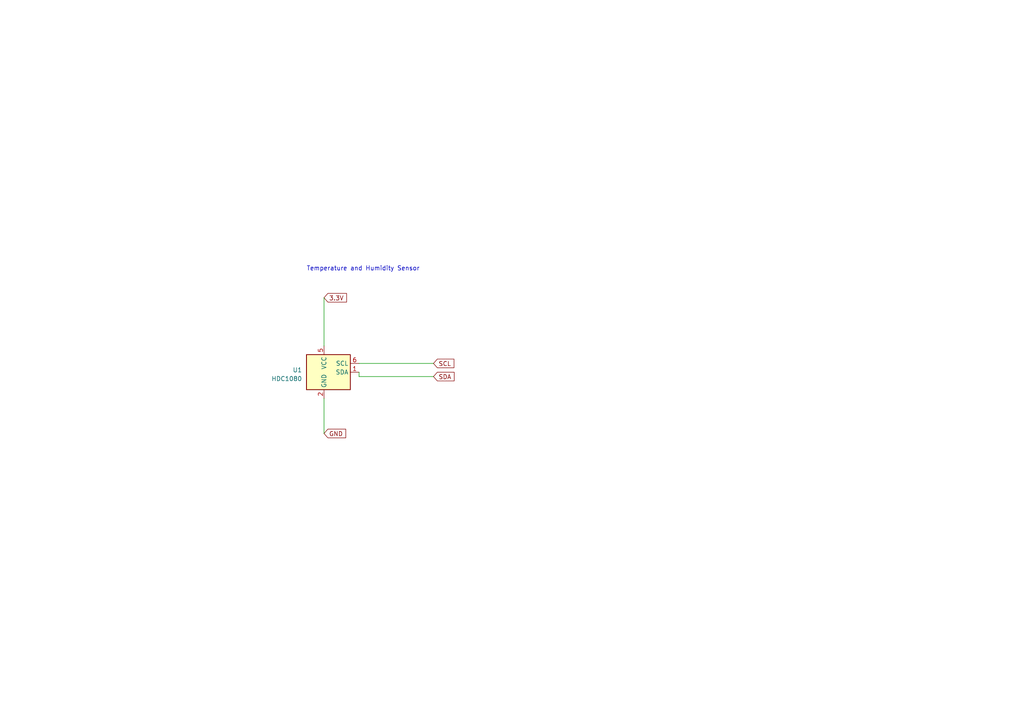
<source format=kicad_sch>
(kicad_sch (version 20230121) (generator eeschema)

  (uuid 6281d87c-efed-4f93-a28d-4c6d2ba204a1)

  (paper "A4")

  (lib_symbols
    (symbol "Sensor_Humidity:HDC1080" (in_bom yes) (on_board yes)
      (property "Reference" "U" (at -6.35 6.35 0)
        (effects (font (size 1.27 1.27)))
      )
      (property "Value" "HDC1080" (at 3.81 6.35 0)
        (effects (font (size 1.27 1.27)))
      )
      (property "Footprint" "Package_SON:Texas_PWSON-N6" (at -1.27 -6.35 0)
        (effects (font (size 1.27 1.27)) (justify left) hide)
      )
      (property "Datasheet" "http://www.ti.com/lit/ds/symlink/hdc1080.pdf" (at -10.16 6.35 0)
        (effects (font (size 1.27 1.27)) hide)
      )
      (property "ki_keywords" "Temperature Humidity Sensor" (at 0 0 0)
        (effects (font (size 1.27 1.27)) hide)
      )
      (property "ki_description" "Low Power,High Accuracy Digital Humidity Sensor with Temperature Sensor" (at 0 0 0)
        (effects (font (size 1.27 1.27)) hide)
      )
      (property "ki_fp_filters" "Package*SON:Texas*PWSON*N6*" (at 0 0 0)
        (effects (font (size 1.27 1.27)) hide)
      )
      (symbol "HDC1080_0_1"
        (rectangle (start -7.62 5.08) (end 5.08 -5.08)
          (stroke (width 0.254) (type default))
          (fill (type background))
        )
      )
      (symbol "HDC1080_1_1"
        (pin bidirectional line (at 7.62 0 180) (length 2.54)
          (name "SDA" (effects (font (size 1.27 1.27))))
          (number "1" (effects (font (size 1.27 1.27))))
        )
        (pin power_in line (at -2.54 -7.62 90) (length 2.54)
          (name "GND" (effects (font (size 1.27 1.27))))
          (number "2" (effects (font (size 1.27 1.27))))
        )
        (pin no_connect line (at -7.62 0 0) (length 2.54) hide
          (name "NC" (effects (font (size 1.27 1.27))))
          (number "3" (effects (font (size 1.27 1.27))))
        )
        (pin no_connect line (at -7.62 -2.54 0) (length 2.54) hide
          (name "NC" (effects (font (size 1.27 1.27))))
          (number "4" (effects (font (size 1.27 1.27))))
        )
        (pin power_in line (at -2.54 7.62 270) (length 2.54)
          (name "VCC" (effects (font (size 1.27 1.27))))
          (number "5" (effects (font (size 1.27 1.27))))
        )
        (pin input line (at 7.62 2.54 180) (length 2.54)
          (name "SCL" (effects (font (size 1.27 1.27))))
          (number "6" (effects (font (size 1.27 1.27))))
        )
        (pin no_connect line (at -7.62 2.54 0) (length 2.54) hide
          (name "DAP" (effects (font (size 1.27 1.27))))
          (number "7" (effects (font (size 1.27 1.27))))
        )
      )
    )
  )


  (wire (pts (xy 104.14 105.41) (xy 125.73 105.41))
    (stroke (width 0) (type default))
    (uuid 52e7304e-2295-4fa6-ae4a-efefbb7e5b4a)
  )
  (wire (pts (xy 93.98 115.57) (xy 93.98 125.73))
    (stroke (width 0) (type default))
    (uuid c58320f4-5445-4a34-ae8c-d0a7408ca129)
  )
  (wire (pts (xy 104.14 107.95) (xy 104.14 109.22))
    (stroke (width 0) (type default))
    (uuid c8d8f735-dd02-4c45-9a0b-b8c48d1bd6c8)
  )
  (wire (pts (xy 104.14 109.22) (xy 125.73 109.22))
    (stroke (width 0) (type default))
    (uuid d09bcd82-7764-43a5-8cb2-e33a035c1bf6)
  )
  (wire (pts (xy 93.98 86.36) (xy 93.98 100.33))
    (stroke (width 0) (type default))
    (uuid e2553b4a-2c9a-42bd-99ac-d5ee5cbce925)
  )

  (text "Temperature and Humidity Sensor" (at 88.9 78.74 0)
    (effects (font (size 1.27 1.27)) (justify left bottom))
    (uuid fddf9de4-cb58-4d8a-919f-b74c2d7884bd)
  )

  (global_label "SCL" (shape input) (at 125.73 105.41 0) (fields_autoplaced)
    (effects (font (size 1.27 1.27)) (justify left))
    (uuid 3148be8d-ed4a-48de-8d44-b3bccf8d5394)
    (property "Intersheetrefs" "${INTERSHEET_REFS}" (at 132.1434 105.41 0)
      (effects (font (size 1.27 1.27)) (justify left) hide)
    )
  )
  (global_label "3.3V" (shape input) (at 93.98 86.36 0) (fields_autoplaced)
    (effects (font (size 1.27 1.27)) (justify left))
    (uuid 3efab226-c98c-4463-b630-bd62b74ce8d4)
    (property "Intersheetrefs" "${INTERSHEET_REFS}" (at 100.9982 86.36 0)
      (effects (font (size 1.27 1.27)) (justify left) hide)
    )
  )
  (global_label "SDA" (shape input) (at 125.73 109.22 0) (fields_autoplaced)
    (effects (font (size 1.27 1.27)) (justify left))
    (uuid 4e8b4e10-48da-4483-8df0-93e1f81584a0)
    (property "Intersheetrefs" "${INTERSHEET_REFS}" (at 132.2039 109.22 0)
      (effects (font (size 1.27 1.27)) (justify left) hide)
    )
  )
  (global_label "GND" (shape input) (at 93.98 125.73 0) (fields_autoplaced)
    (effects (font (size 1.27 1.27)) (justify left))
    (uuid 8c8e091b-54c3-4e73-859a-28ced0ac9a2b)
    (property "Intersheetrefs" "${INTERSHEET_REFS}" (at 100.7563 125.73 0)
      (effects (font (size 1.27 1.27)) (justify left) hide)
    )
  )

  (symbol (lib_id "Sensor_Humidity:HDC1080") (at 96.52 107.95 0) (unit 1)
    (in_bom yes) (on_board yes) (dnp no) (fields_autoplaced)
    (uuid 3a650a96-70be-479a-9e22-1302d54921bd)
    (property "Reference" "U1" (at 87.63 107.315 0)
      (effects (font (size 1.27 1.27)) (justify right))
    )
    (property "Value" "HDC1080" (at 87.63 109.855 0)
      (effects (font (size 1.27 1.27)) (justify right))
    )
    (property "Footprint" "Package_SON:Texas_PWSON-N6" (at 95.25 114.3 0)
      (effects (font (size 1.27 1.27)) (justify left) hide)
    )
    (property "Datasheet" "http://www.ti.com/lit/ds/symlink/hdc1080.pdf" (at 86.36 101.6 0)
      (effects (font (size 1.27 1.27)) hide)
    )
    (pin "1" (uuid cda96f87-75ca-4a46-851f-d0e61f26113c))
    (pin "2" (uuid 498b193c-7180-443d-b419-0a0d4ae9ad2b))
    (pin "3" (uuid 82dacdd2-2046-4c56-b7f6-c0f80ffd1876))
    (pin "4" (uuid 92b6c194-c7ce-4e4e-92cd-f3458daca8d5))
    (pin "5" (uuid f55fddaa-3f94-4932-8609-497cda334d37))
    (pin "6" (uuid c810df38-2ffd-4e44-9365-5ffa43054d60))
    (pin "7" (uuid f9be7a55-7f68-4333-87bf-fa0ce151e9e5))
    (instances
      (project "Project.kicad_sch"
        (path "/0ca6047e-3a57-437d-8b18-e5fa2dae2991"
          (reference "U1") (unit 1)
        )
        (path "/0ca6047e-3a57-437d-8b18-e5fa2dae2991/750cdcbd-6fc3-4e6f-a24e-97996f98df55"
          (reference "U1") (unit 1)
        )
      )
    )
  )
)

</source>
